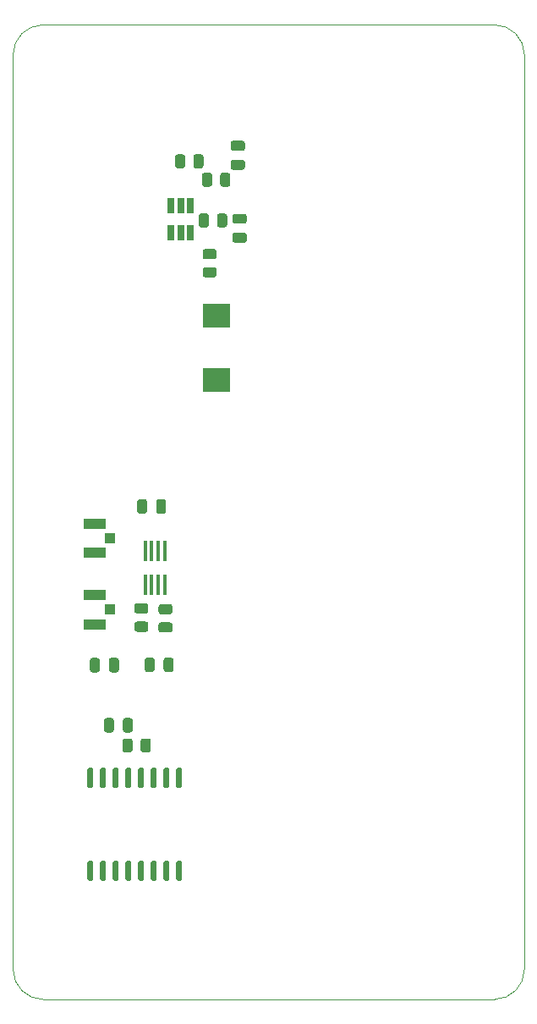
<source format=gbr>
%TF.GenerationSoftware,KiCad,Pcbnew,(5.1.10)-1*%
%TF.CreationDate,2021-09-02T16:56:43-04:00*%
%TF.ProjectId,buoy-c,62756f79-2d63-42e6-9b69-6361645f7063,1.0*%
%TF.SameCoordinates,Original*%
%TF.FileFunction,Paste,Bot*%
%TF.FilePolarity,Positive*%
%FSLAX46Y46*%
G04 Gerber Fmt 4.6, Leading zero omitted, Abs format (unit mm)*
G04 Created by KiCad (PCBNEW (5.1.10)-1) date 2021-09-02 16:56:43*
%MOMM*%
%LPD*%
G01*
G04 APERTURE LIST*
%TA.AperFunction,Profile*%
%ADD10C,0.050000*%
%TD*%
%ADD11R,2.200000X1.050000*%
%ADD12R,1.050000X1.050000*%
%ADD13R,2.800000X2.400000*%
%ADD14R,0.650000X1.560000*%
%ADD15R,0.400000X2.000000*%
G04 APERTURE END LIST*
D10*
X151750000Y-194500000D02*
G75*
G02*
X148750000Y-197500000I-3000000J0D01*
G01*
X148750000Y-100000000D02*
G75*
G02*
X151750000Y-103000000I0J-3000000D01*
G01*
X103550000Y-197500000D02*
G75*
G02*
X100550000Y-194500000I0J3000000D01*
G01*
X100550000Y-103000000D02*
G75*
G02*
X103550000Y-100000000I3000000J0D01*
G01*
X103550000Y-197500000D02*
X148750000Y-197500000D01*
X103550000Y-100000000D02*
X148750000Y-100000000D01*
X151750000Y-103000000D02*
X151750000Y-194500000D01*
X100550000Y-103000000D02*
X100550000Y-194500000D01*
D11*
%TO.C,J9*%
X108752640Y-152841220D03*
X108752640Y-149891220D03*
D12*
X110277640Y-151366220D03*
%TD*%
D11*
%TO.C,J4*%
X108752640Y-159986980D03*
X108752640Y-157036980D03*
D12*
X110277640Y-158511980D03*
%TD*%
%TO.C,C10*%
G36*
G01*
X123520220Y-112607980D02*
X122570220Y-112607980D01*
G75*
G02*
X122320220Y-112357980I0J250000D01*
G01*
X122320220Y-111857980D01*
G75*
G02*
X122570220Y-111607980I250000J0D01*
G01*
X123520220Y-111607980D01*
G75*
G02*
X123770220Y-111857980I0J-250000D01*
G01*
X123770220Y-112357980D01*
G75*
G02*
X123520220Y-112607980I-250000J0D01*
G01*
G37*
G36*
G01*
X123520220Y-114507980D02*
X122570220Y-114507980D01*
G75*
G02*
X122320220Y-114257980I0J250000D01*
G01*
X122320220Y-113757980D01*
G75*
G02*
X122570220Y-113507980I250000J0D01*
G01*
X123520220Y-113507980D01*
G75*
G02*
X123770220Y-113757980I0J-250000D01*
G01*
X123770220Y-114257980D01*
G75*
G02*
X123520220Y-114507980I-250000J0D01*
G01*
G37*
%TD*%
%TO.C,C12*%
G36*
G01*
X122753100Y-118897740D02*
X123703100Y-118897740D01*
G75*
G02*
X123953100Y-119147740I0J-250000D01*
G01*
X123953100Y-119647740D01*
G75*
G02*
X123703100Y-119897740I-250000J0D01*
G01*
X122753100Y-119897740D01*
G75*
G02*
X122503100Y-119647740I0J250000D01*
G01*
X122503100Y-119147740D01*
G75*
G02*
X122753100Y-118897740I250000J0D01*
G01*
G37*
G36*
G01*
X122753100Y-120797740D02*
X123703100Y-120797740D01*
G75*
G02*
X123953100Y-121047740I0J-250000D01*
G01*
X123953100Y-121547740D01*
G75*
G02*
X123703100Y-121797740I-250000J0D01*
G01*
X122753100Y-121797740D01*
G75*
G02*
X122503100Y-121547740I0J250000D01*
G01*
X122503100Y-121047740D01*
G75*
G02*
X122753100Y-120797740I250000J0D01*
G01*
G37*
%TD*%
%TO.C,C15*%
G36*
G01*
X112549600Y-169603400D02*
X112549600Y-170553400D01*
G75*
G02*
X112299600Y-170803400I-250000J0D01*
G01*
X111799600Y-170803400D01*
G75*
G02*
X111549600Y-170553400I0J250000D01*
G01*
X111549600Y-169603400D01*
G75*
G02*
X111799600Y-169353400I250000J0D01*
G01*
X112299600Y-169353400D01*
G75*
G02*
X112549600Y-169603400I0J-250000D01*
G01*
G37*
G36*
G01*
X110649600Y-169603400D02*
X110649600Y-170553400D01*
G75*
G02*
X110399600Y-170803400I-250000J0D01*
G01*
X109899600Y-170803400D01*
G75*
G02*
X109649600Y-170553400I0J250000D01*
G01*
X109649600Y-169603400D01*
G75*
G02*
X109899600Y-169353400I250000J0D01*
G01*
X110399600Y-169353400D01*
G75*
G02*
X110649600Y-169603400I0J-250000D01*
G01*
G37*
%TD*%
D13*
%TO.C,C19*%
X120947180Y-135506060D03*
X120947180Y-129106060D03*
%TD*%
%TO.C,C20*%
G36*
G01*
X114874460Y-148661140D02*
X114874460Y-147711140D01*
G75*
G02*
X115124460Y-147461140I250000J0D01*
G01*
X115624460Y-147461140D01*
G75*
G02*
X115874460Y-147711140I0J-250000D01*
G01*
X115874460Y-148661140D01*
G75*
G02*
X115624460Y-148911140I-250000J0D01*
G01*
X115124460Y-148911140D01*
G75*
G02*
X114874460Y-148661140I0J250000D01*
G01*
G37*
G36*
G01*
X112974460Y-148661140D02*
X112974460Y-147711140D01*
G75*
G02*
X113224460Y-147461140I250000J0D01*
G01*
X113724460Y-147461140D01*
G75*
G02*
X113974460Y-147711140I0J-250000D01*
G01*
X113974460Y-148661140D01*
G75*
G02*
X113724460Y-148911140I-250000J0D01*
G01*
X113224460Y-148911140D01*
G75*
G02*
X112974460Y-148661140I0J250000D01*
G01*
G37*
%TD*%
%TO.C,C21*%
G36*
G01*
X114721220Y-163558200D02*
X114721220Y-164508200D01*
G75*
G02*
X114471220Y-164758200I-250000J0D01*
G01*
X113971220Y-164758200D01*
G75*
G02*
X113721220Y-164508200I0J250000D01*
G01*
X113721220Y-163558200D01*
G75*
G02*
X113971220Y-163308200I250000J0D01*
G01*
X114471220Y-163308200D01*
G75*
G02*
X114721220Y-163558200I0J-250000D01*
G01*
G37*
G36*
G01*
X116621220Y-163558200D02*
X116621220Y-164508200D01*
G75*
G02*
X116371220Y-164758200I-250000J0D01*
G01*
X115871220Y-164758200D01*
G75*
G02*
X115621220Y-164508200I0J250000D01*
G01*
X115621220Y-163558200D01*
G75*
G02*
X115871220Y-163308200I250000J0D01*
G01*
X116371220Y-163308200D01*
G75*
G02*
X116621220Y-163558200I0J-250000D01*
G01*
G37*
%TD*%
%TO.C,C22*%
G36*
G01*
X109242400Y-163586140D02*
X109242400Y-164536140D01*
G75*
G02*
X108992400Y-164786140I-250000J0D01*
G01*
X108492400Y-164786140D01*
G75*
G02*
X108242400Y-164536140I0J250000D01*
G01*
X108242400Y-163586140D01*
G75*
G02*
X108492400Y-163336140I250000J0D01*
G01*
X108992400Y-163336140D01*
G75*
G02*
X109242400Y-163586140I0J-250000D01*
G01*
G37*
G36*
G01*
X111142400Y-163586140D02*
X111142400Y-164536140D01*
G75*
G02*
X110892400Y-164786140I-250000J0D01*
G01*
X110392400Y-164786140D01*
G75*
G02*
X110142400Y-164536140I0J250000D01*
G01*
X110142400Y-163586140D01*
G75*
G02*
X110392400Y-163336140I250000J0D01*
G01*
X110892400Y-163336140D01*
G75*
G02*
X111142400Y-163586140I0J-250000D01*
G01*
G37*
%TD*%
D14*
%TO.C,D3*%
X118285300Y-120773180D03*
X117335300Y-120773180D03*
X116385300Y-120773180D03*
X116385300Y-118073180D03*
X118285300Y-118073180D03*
X117335300Y-118073180D03*
%TD*%
%TO.C,FB1*%
G36*
G01*
X120163000Y-119128119D02*
X120163000Y-120028121D01*
G75*
G02*
X119913001Y-120278120I-249999J0D01*
G01*
X119387999Y-120278120D01*
G75*
G02*
X119138000Y-120028121I0J249999D01*
G01*
X119138000Y-119128119D01*
G75*
G02*
X119387999Y-118878120I249999J0D01*
G01*
X119913001Y-118878120D01*
G75*
G02*
X120163000Y-119128119I0J-249999D01*
G01*
G37*
G36*
G01*
X121988000Y-119128119D02*
X121988000Y-120028121D01*
G75*
G02*
X121738001Y-120278120I-249999J0D01*
G01*
X121212999Y-120278120D01*
G75*
G02*
X120963000Y-120028121I0J249999D01*
G01*
X120963000Y-119128119D01*
G75*
G02*
X121212999Y-118878120I249999J0D01*
G01*
X121738001Y-118878120D01*
G75*
G02*
X121988000Y-119128119I0J-249999D01*
G01*
G37*
%TD*%
%TO.C,FB2*%
G36*
G01*
X122311220Y-115051419D02*
X122311220Y-115951421D01*
G75*
G02*
X122061221Y-116201420I-249999J0D01*
G01*
X121536219Y-116201420D01*
G75*
G02*
X121286220Y-115951421I0J249999D01*
G01*
X121286220Y-115051419D01*
G75*
G02*
X121536219Y-114801420I249999J0D01*
G01*
X122061221Y-114801420D01*
G75*
G02*
X122311220Y-115051419I0J-249999D01*
G01*
G37*
G36*
G01*
X120486220Y-115051419D02*
X120486220Y-115951421D01*
G75*
G02*
X120236221Y-116201420I-249999J0D01*
G01*
X119711219Y-116201420D01*
G75*
G02*
X119461220Y-115951421I0J249999D01*
G01*
X119461220Y-115051419D01*
G75*
G02*
X119711219Y-114801420I249999J0D01*
G01*
X120236221Y-114801420D01*
G75*
G02*
X120486220Y-115051419I0J-249999D01*
G01*
G37*
%TD*%
%TO.C,R4*%
G36*
G01*
X120678361Y-123454840D02*
X119778359Y-123454840D01*
G75*
G02*
X119528360Y-123204841I0J249999D01*
G01*
X119528360Y-122679839D01*
G75*
G02*
X119778359Y-122429840I249999J0D01*
G01*
X120678361Y-122429840D01*
G75*
G02*
X120928360Y-122679839I0J-249999D01*
G01*
X120928360Y-123204841D01*
G75*
G02*
X120678361Y-123454840I-249999J0D01*
G01*
G37*
G36*
G01*
X120678361Y-125279840D02*
X119778359Y-125279840D01*
G75*
G02*
X119528360Y-125029841I0J249999D01*
G01*
X119528360Y-124504839D01*
G75*
G02*
X119778359Y-124254840I249999J0D01*
G01*
X120678361Y-124254840D01*
G75*
G02*
X120928360Y-124504839I0J-249999D01*
G01*
X120928360Y-125029841D01*
G75*
G02*
X120678361Y-125279840I-249999J0D01*
G01*
G37*
%TD*%
%TO.C,R6*%
G36*
G01*
X116768820Y-114115001D02*
X116768820Y-113214999D01*
G75*
G02*
X117018819Y-112965000I249999J0D01*
G01*
X117543821Y-112965000D01*
G75*
G02*
X117793820Y-113214999I0J-249999D01*
G01*
X117793820Y-114115001D01*
G75*
G02*
X117543821Y-114365000I-249999J0D01*
G01*
X117018819Y-114365000D01*
G75*
G02*
X116768820Y-114115001I0J249999D01*
G01*
G37*
G36*
G01*
X118593820Y-114115001D02*
X118593820Y-113214999D01*
G75*
G02*
X118843819Y-112965000I249999J0D01*
G01*
X119368821Y-112965000D01*
G75*
G02*
X119618820Y-113214999I0J-249999D01*
G01*
X119618820Y-114115001D01*
G75*
G02*
X119368821Y-114365000I-249999J0D01*
G01*
X118843819Y-114365000D01*
G75*
G02*
X118593820Y-114115001I0J249999D01*
G01*
G37*
%TD*%
%TO.C,R25*%
G36*
G01*
X111503400Y-172547701D02*
X111503400Y-171647699D01*
G75*
G02*
X111753399Y-171397700I249999J0D01*
G01*
X112278401Y-171397700D01*
G75*
G02*
X112528400Y-171647699I0J-249999D01*
G01*
X112528400Y-172547701D01*
G75*
G02*
X112278401Y-172797700I-249999J0D01*
G01*
X111753399Y-172797700D01*
G75*
G02*
X111503400Y-172547701I0J249999D01*
G01*
G37*
G36*
G01*
X113328400Y-172547701D02*
X113328400Y-171647699D01*
G75*
G02*
X113578399Y-171397700I249999J0D01*
G01*
X114103401Y-171397700D01*
G75*
G02*
X114353400Y-171647699I0J-249999D01*
G01*
X114353400Y-172547701D01*
G75*
G02*
X114103401Y-172797700I-249999J0D01*
G01*
X113578399Y-172797700D01*
G75*
G02*
X113328400Y-172547701I0J249999D01*
G01*
G37*
%TD*%
%TO.C,R36*%
G36*
G01*
X116266381Y-160802380D02*
X115366379Y-160802380D01*
G75*
G02*
X115116380Y-160552381I0J249999D01*
G01*
X115116380Y-160027379D01*
G75*
G02*
X115366379Y-159777380I249999J0D01*
G01*
X116266381Y-159777380D01*
G75*
G02*
X116516380Y-160027379I0J-249999D01*
G01*
X116516380Y-160552381D01*
G75*
G02*
X116266381Y-160802380I-249999J0D01*
G01*
G37*
G36*
G01*
X116266381Y-158977380D02*
X115366379Y-158977380D01*
G75*
G02*
X115116380Y-158727381I0J249999D01*
G01*
X115116380Y-158202379D01*
G75*
G02*
X115366379Y-157952380I249999J0D01*
G01*
X116266381Y-157952380D01*
G75*
G02*
X116516380Y-158202379I0J-249999D01*
G01*
X116516380Y-158727381D01*
G75*
G02*
X116266381Y-158977380I-249999J0D01*
G01*
G37*
%TD*%
%TO.C,R37*%
G36*
G01*
X113838141Y-158901180D02*
X112938139Y-158901180D01*
G75*
G02*
X112688140Y-158651181I0J249999D01*
G01*
X112688140Y-158126179D01*
G75*
G02*
X112938139Y-157876180I249999J0D01*
G01*
X113838141Y-157876180D01*
G75*
G02*
X114088140Y-158126179I0J-249999D01*
G01*
X114088140Y-158651181D01*
G75*
G02*
X113838141Y-158901180I-249999J0D01*
G01*
G37*
G36*
G01*
X113838141Y-160726180D02*
X112938139Y-160726180D01*
G75*
G02*
X112688140Y-160476181I0J249999D01*
G01*
X112688140Y-159951179D01*
G75*
G02*
X112938139Y-159701180I249999J0D01*
G01*
X113838141Y-159701180D01*
G75*
G02*
X114088140Y-159951179I0J-249999D01*
G01*
X114088140Y-160476181D01*
G75*
G02*
X113838141Y-160726180I-249999J0D01*
G01*
G37*
%TD*%
%TO.C,U8*%
G36*
G01*
X108142900Y-174314480D02*
X108442900Y-174314480D01*
G75*
G02*
X108592900Y-174464480I0J-150000D01*
G01*
X108592900Y-176214480D01*
G75*
G02*
X108442900Y-176364480I-150000J0D01*
G01*
X108142900Y-176364480D01*
G75*
G02*
X107992900Y-176214480I0J150000D01*
G01*
X107992900Y-174464480D01*
G75*
G02*
X108142900Y-174314480I150000J0D01*
G01*
G37*
G36*
G01*
X109412900Y-174314480D02*
X109712900Y-174314480D01*
G75*
G02*
X109862900Y-174464480I0J-150000D01*
G01*
X109862900Y-176214480D01*
G75*
G02*
X109712900Y-176364480I-150000J0D01*
G01*
X109412900Y-176364480D01*
G75*
G02*
X109262900Y-176214480I0J150000D01*
G01*
X109262900Y-174464480D01*
G75*
G02*
X109412900Y-174314480I150000J0D01*
G01*
G37*
G36*
G01*
X110682900Y-174314480D02*
X110982900Y-174314480D01*
G75*
G02*
X111132900Y-174464480I0J-150000D01*
G01*
X111132900Y-176214480D01*
G75*
G02*
X110982900Y-176364480I-150000J0D01*
G01*
X110682900Y-176364480D01*
G75*
G02*
X110532900Y-176214480I0J150000D01*
G01*
X110532900Y-174464480D01*
G75*
G02*
X110682900Y-174314480I150000J0D01*
G01*
G37*
G36*
G01*
X111952900Y-174314480D02*
X112252900Y-174314480D01*
G75*
G02*
X112402900Y-174464480I0J-150000D01*
G01*
X112402900Y-176214480D01*
G75*
G02*
X112252900Y-176364480I-150000J0D01*
G01*
X111952900Y-176364480D01*
G75*
G02*
X111802900Y-176214480I0J150000D01*
G01*
X111802900Y-174464480D01*
G75*
G02*
X111952900Y-174314480I150000J0D01*
G01*
G37*
G36*
G01*
X113222900Y-174314480D02*
X113522900Y-174314480D01*
G75*
G02*
X113672900Y-174464480I0J-150000D01*
G01*
X113672900Y-176214480D01*
G75*
G02*
X113522900Y-176364480I-150000J0D01*
G01*
X113222900Y-176364480D01*
G75*
G02*
X113072900Y-176214480I0J150000D01*
G01*
X113072900Y-174464480D01*
G75*
G02*
X113222900Y-174314480I150000J0D01*
G01*
G37*
G36*
G01*
X114492900Y-174314480D02*
X114792900Y-174314480D01*
G75*
G02*
X114942900Y-174464480I0J-150000D01*
G01*
X114942900Y-176214480D01*
G75*
G02*
X114792900Y-176364480I-150000J0D01*
G01*
X114492900Y-176364480D01*
G75*
G02*
X114342900Y-176214480I0J150000D01*
G01*
X114342900Y-174464480D01*
G75*
G02*
X114492900Y-174314480I150000J0D01*
G01*
G37*
G36*
G01*
X115762900Y-174314480D02*
X116062900Y-174314480D01*
G75*
G02*
X116212900Y-174464480I0J-150000D01*
G01*
X116212900Y-176214480D01*
G75*
G02*
X116062900Y-176364480I-150000J0D01*
G01*
X115762900Y-176364480D01*
G75*
G02*
X115612900Y-176214480I0J150000D01*
G01*
X115612900Y-174464480D01*
G75*
G02*
X115762900Y-174314480I150000J0D01*
G01*
G37*
G36*
G01*
X117032900Y-174314480D02*
X117332900Y-174314480D01*
G75*
G02*
X117482900Y-174464480I0J-150000D01*
G01*
X117482900Y-176214480D01*
G75*
G02*
X117332900Y-176364480I-150000J0D01*
G01*
X117032900Y-176364480D01*
G75*
G02*
X116882900Y-176214480I0J150000D01*
G01*
X116882900Y-174464480D01*
G75*
G02*
X117032900Y-174314480I150000J0D01*
G01*
G37*
G36*
G01*
X117032900Y-183614480D02*
X117332900Y-183614480D01*
G75*
G02*
X117482900Y-183764480I0J-150000D01*
G01*
X117482900Y-185514480D01*
G75*
G02*
X117332900Y-185664480I-150000J0D01*
G01*
X117032900Y-185664480D01*
G75*
G02*
X116882900Y-185514480I0J150000D01*
G01*
X116882900Y-183764480D01*
G75*
G02*
X117032900Y-183614480I150000J0D01*
G01*
G37*
G36*
G01*
X115762900Y-183614480D02*
X116062900Y-183614480D01*
G75*
G02*
X116212900Y-183764480I0J-150000D01*
G01*
X116212900Y-185514480D01*
G75*
G02*
X116062900Y-185664480I-150000J0D01*
G01*
X115762900Y-185664480D01*
G75*
G02*
X115612900Y-185514480I0J150000D01*
G01*
X115612900Y-183764480D01*
G75*
G02*
X115762900Y-183614480I150000J0D01*
G01*
G37*
G36*
G01*
X114492900Y-183614480D02*
X114792900Y-183614480D01*
G75*
G02*
X114942900Y-183764480I0J-150000D01*
G01*
X114942900Y-185514480D01*
G75*
G02*
X114792900Y-185664480I-150000J0D01*
G01*
X114492900Y-185664480D01*
G75*
G02*
X114342900Y-185514480I0J150000D01*
G01*
X114342900Y-183764480D01*
G75*
G02*
X114492900Y-183614480I150000J0D01*
G01*
G37*
G36*
G01*
X113222900Y-183614480D02*
X113522900Y-183614480D01*
G75*
G02*
X113672900Y-183764480I0J-150000D01*
G01*
X113672900Y-185514480D01*
G75*
G02*
X113522900Y-185664480I-150000J0D01*
G01*
X113222900Y-185664480D01*
G75*
G02*
X113072900Y-185514480I0J150000D01*
G01*
X113072900Y-183764480D01*
G75*
G02*
X113222900Y-183614480I150000J0D01*
G01*
G37*
G36*
G01*
X111952900Y-183614480D02*
X112252900Y-183614480D01*
G75*
G02*
X112402900Y-183764480I0J-150000D01*
G01*
X112402900Y-185514480D01*
G75*
G02*
X112252900Y-185664480I-150000J0D01*
G01*
X111952900Y-185664480D01*
G75*
G02*
X111802900Y-185514480I0J150000D01*
G01*
X111802900Y-183764480D01*
G75*
G02*
X111952900Y-183614480I150000J0D01*
G01*
G37*
G36*
G01*
X110682900Y-183614480D02*
X110982900Y-183614480D01*
G75*
G02*
X111132900Y-183764480I0J-150000D01*
G01*
X111132900Y-185514480D01*
G75*
G02*
X110982900Y-185664480I-150000J0D01*
G01*
X110682900Y-185664480D01*
G75*
G02*
X110532900Y-185514480I0J150000D01*
G01*
X110532900Y-183764480D01*
G75*
G02*
X110682900Y-183614480I150000J0D01*
G01*
G37*
G36*
G01*
X109412900Y-183614480D02*
X109712900Y-183614480D01*
G75*
G02*
X109862900Y-183764480I0J-150000D01*
G01*
X109862900Y-185514480D01*
G75*
G02*
X109712900Y-185664480I-150000J0D01*
G01*
X109412900Y-185664480D01*
G75*
G02*
X109262900Y-185514480I0J150000D01*
G01*
X109262900Y-183764480D01*
G75*
G02*
X109412900Y-183614480I150000J0D01*
G01*
G37*
G36*
G01*
X108142900Y-183614480D02*
X108442900Y-183614480D01*
G75*
G02*
X108592900Y-183764480I0J-150000D01*
G01*
X108592900Y-185514480D01*
G75*
G02*
X108442900Y-185664480I-150000J0D01*
G01*
X108142900Y-185664480D01*
G75*
G02*
X107992900Y-185514480I0J150000D01*
G01*
X107992900Y-183764480D01*
G75*
G02*
X108142900Y-183614480I150000J0D01*
G01*
G37*
%TD*%
D15*
%TO.C,U10*%
X113789740Y-152625480D03*
X114429740Y-152625480D03*
X115089740Y-152625480D03*
X115729740Y-152625480D03*
X115729740Y-156045480D03*
X115089740Y-156045480D03*
X114429740Y-156045480D03*
X113789740Y-156045480D03*
%TD*%
M02*

</source>
